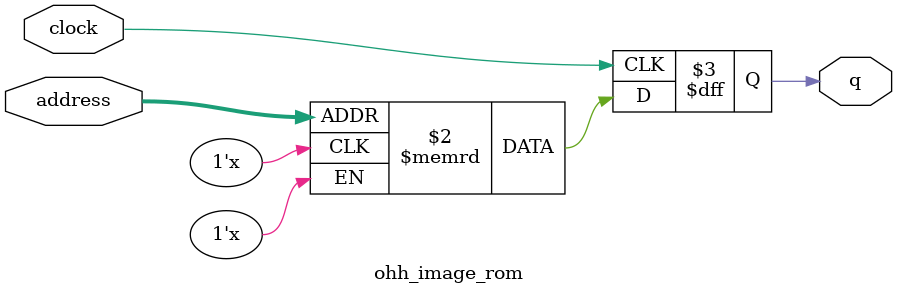
<source format=sv>
module ohh_image_rom (
	input logic clock,
	input logic [10:0] address,
	output logic [0:0] q
);

logic [0:0] memory [0:1224] /* synthesis ram_init_file = "./ohh_image/ohh_image.mif" */;

always_ff @ (posedge clock) begin
	q <= memory[address];
end

endmodule

</source>
